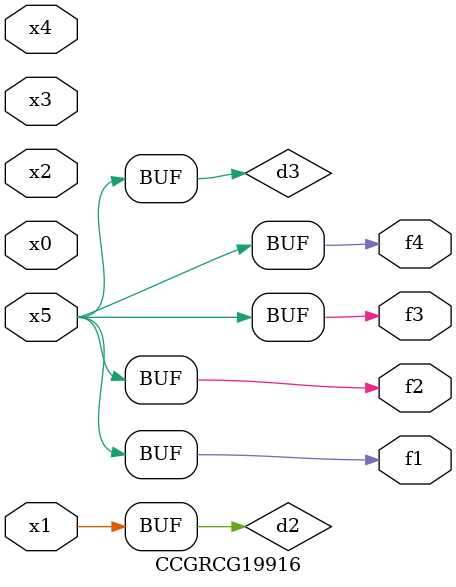
<source format=v>
module CCGRCG19916(
	input x0, x1, x2, x3, x4, x5,
	output f1, f2, f3, f4
);

	wire d1, d2, d3;

	not (d1, x5);
	or (d2, x1);
	xnor (d3, d1);
	assign f1 = d3;
	assign f2 = d3;
	assign f3 = d3;
	assign f4 = d3;
endmodule

</source>
